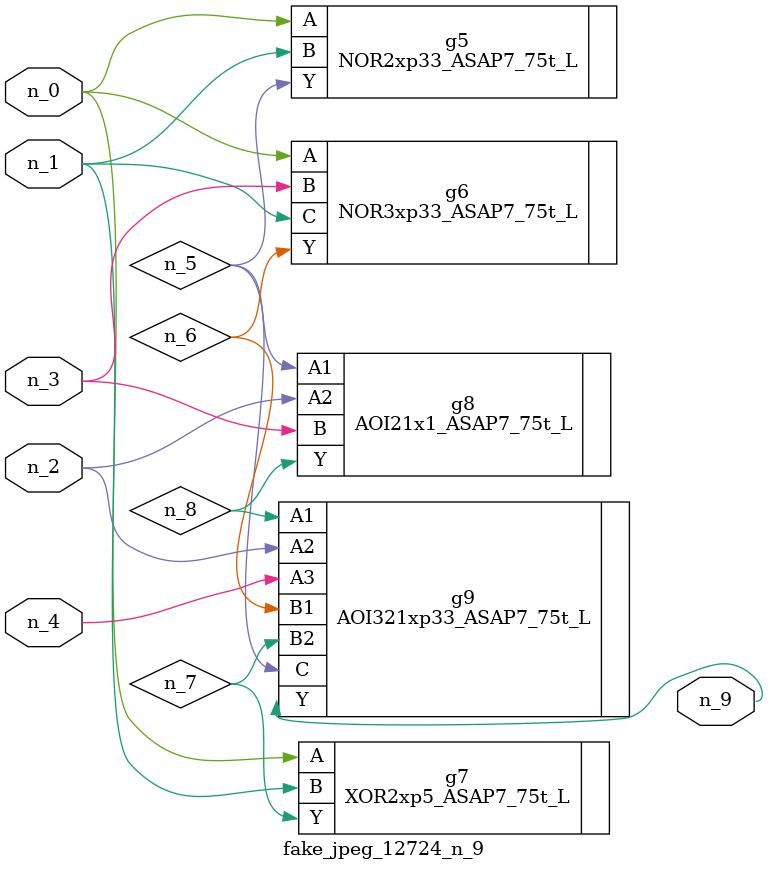
<source format=v>
module fake_jpeg_12724_n_9 (n_3, n_2, n_1, n_0, n_4, n_9);

input n_3;
input n_2;
input n_1;
input n_0;
input n_4;

output n_9;

wire n_8;
wire n_6;
wire n_5;
wire n_7;

NOR2xp33_ASAP7_75t_L g5 ( 
.A(n_0),
.B(n_1),
.Y(n_5)
);

NOR3xp33_ASAP7_75t_L g6 ( 
.A(n_0),
.B(n_3),
.C(n_1),
.Y(n_6)
);

XOR2xp5_ASAP7_75t_L g7 ( 
.A(n_0),
.B(n_1),
.Y(n_7)
);

AOI21x1_ASAP7_75t_L g8 ( 
.A1(n_5),
.A2(n_2),
.B(n_3),
.Y(n_8)
);

AOI321xp33_ASAP7_75t_L g9 ( 
.A1(n_8),
.A2(n_2),
.A3(n_4),
.B1(n_6),
.B2(n_7),
.C(n_5),
.Y(n_9)
);


endmodule
</source>
